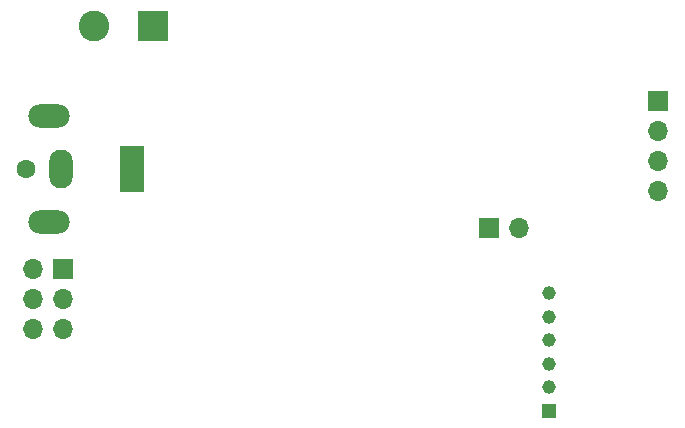
<source format=gbr>
%TF.GenerationSoftware,KiCad,Pcbnew,8.0.1-8.0.1-0~ubuntu23.10.1*%
%TF.CreationDate,2024-04-04T11:37:09+03:00*%
%TF.ProjectId,LED driver,4c454420-6472-4697-9665-722e6b696361,rev?*%
%TF.SameCoordinates,Original*%
%TF.FileFunction,Soldermask,Bot*%
%TF.FilePolarity,Negative*%
%FSLAX46Y46*%
G04 Gerber Fmt 4.6, Leading zero omitted, Abs format (unit mm)*
G04 Created by KiCad (PCBNEW 8.0.1-8.0.1-0~ubuntu23.10.1) date 2024-04-04 11:37:09*
%MOMM*%
%LPD*%
G01*
G04 APERTURE LIST*
%ADD10R,1.700000X1.700000*%
%ADD11O,1.700000X1.700000*%
%ADD12C,1.600000*%
%ADD13R,2.000000X4.000000*%
%ADD14O,2.000000X3.300000*%
%ADD15O,3.500000X2.000000*%
%ADD16R,2.600000X2.600000*%
%ADD17C,2.600000*%
%ADD18R,1.150000X1.150000*%
%ADD19C,1.150000*%
G04 APERTURE END LIST*
D10*
%TO.C,J6*%
X104193957Y-83603448D03*
D11*
X101653957Y-83603448D03*
X104193957Y-86143448D03*
X101653957Y-86143448D03*
X104193957Y-88683448D03*
X101653957Y-88683448D03*
%TD*%
D10*
%TO.C,J5*%
X154563514Y-69341476D03*
D11*
X154563514Y-71881476D03*
X154563514Y-74421476D03*
X154563514Y-76961476D03*
%TD*%
D10*
%TO.C,J4*%
X140199256Y-80114274D03*
D11*
X142739256Y-80114274D03*
%TD*%
D12*
%TO.C,J3*%
X101000000Y-75100000D03*
D13*
X110000000Y-75100000D03*
D14*
X104000000Y-75100000D03*
D15*
X103000000Y-70600000D03*
X103000000Y-79600000D03*
%TD*%
D16*
%TO.C,J1*%
X111805000Y-62975000D03*
D17*
X106805000Y-62975000D03*
%TD*%
D18*
%TO.C,J2*%
X145259291Y-95594874D03*
D19*
X145259291Y-93594873D03*
X145259291Y-91594874D03*
X145259291Y-89594873D03*
X145259291Y-87594875D03*
X145259291Y-85594874D03*
%TD*%
M02*

</source>
